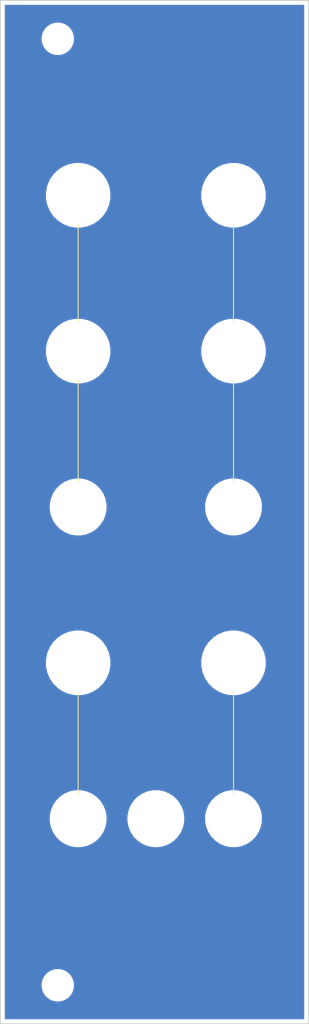
<source format=kicad_pcb>
(kicad_pcb (version 20171130) (host pcbnew 5.1.5-52549c5~84~ubuntu19.04.1)

  (general
    (thickness 1.6)
    (drawings 10)
    (tracks 0)
    (zones 0)
    (modules 13)
    (nets 1)
  )

  (page A4)
  (title_block
    (title ADSR)
    (date 2019-09-22)
    (rev 01)
    (comment 1 "Original design by René Schmitz")
    (comment 2 "PCB for Panel")
    (comment 4 "License CC BY 4.0 - Attribution 4.0 International")
  )

  (layers
    (0 F.Cu signal)
    (31 B.Cu signal)
    (32 B.Adhes user)
    (33 F.Adhes user)
    (34 B.Paste user)
    (35 F.Paste user)
    (36 B.SilkS user)
    (37 F.SilkS user)
    (38 B.Mask user)
    (39 F.Mask user)
    (40 Dwgs.User user)
    (41 Cmts.User user)
    (42 Eco1.User user)
    (43 Eco2.User user)
    (44 Edge.Cuts user)
    (45 Margin user)
    (46 B.CrtYd user)
    (47 F.CrtYd user)
    (48 B.Fab user)
    (49 F.Fab user)
  )

  (setup
    (last_trace_width 0.25)
    (trace_clearance 0.2)
    (zone_clearance 0.508)
    (zone_45_only no)
    (trace_min 0.2)
    (via_size 0.8)
    (via_drill 0.4)
    (via_min_size 0.4)
    (via_min_drill 0.3)
    (uvia_size 0.3)
    (uvia_drill 0.1)
    (uvias_allowed no)
    (uvia_min_size 0.2)
    (uvia_min_drill 0.1)
    (edge_width 0.05)
    (segment_width 0.2)
    (pcb_text_width 0.3)
    (pcb_text_size 1.5 1.5)
    (mod_edge_width 0.12)
    (mod_text_size 1 1)
    (mod_text_width 0.15)
    (pad_size 5 5)
    (pad_drill 0)
    (pad_to_mask_clearance 0.051)
    (solder_mask_min_width 0.25)
    (aux_axis_origin 0 0)
    (visible_elements 7FFFFFFF)
    (pcbplotparams
      (layerselection 0x010f0_ffffffff)
      (usegerberextensions false)
      (usegerberattributes false)
      (usegerberadvancedattributes false)
      (creategerberjobfile false)
      (excludeedgelayer true)
      (linewidth 0.100000)
      (plotframeref false)
      (viasonmask false)
      (mode 1)
      (useauxorigin false)
      (hpglpennumber 1)
      (hpglpenspeed 20)
      (hpglpendiameter 15.000000)
      (psnegative false)
      (psa4output false)
      (plotreference true)
      (plotvalue true)
      (plotinvisibletext false)
      (padsonsilk false)
      (subtractmaskfromsilk false)
      (outputformat 1)
      (mirror false)
      (drillshape 0)
      (scaleselection 1)
      (outputdirectory "gerbers/"))
  )

  (net 0 "")

  (net_class Default "This is the default net class."
    (clearance 0.2)
    (trace_width 0.25)
    (via_dia 0.8)
    (via_drill 0.4)
    (uvia_dia 0.3)
    (uvia_drill 0.1)
  )

  (module elektrophon:panel_potentiometer (layer F.Cu) (tedit 5DA46CEF) (tstamp 5E063B62)
    (at 35.56 71.12)
    (descr "Mounting Hole 8.4mm, no annular, M8")
    (tags "mounting hole 8.4mm no annular m8")
    (path /5D6AFC95)
    (attr virtual)
    (fp_text reference H11 (at 0 -9.4) (layer F.SilkS) hide
      (effects (font (size 1 1) (thickness 0.15)))
    )
    (fp_text value fine (at 0 9.144) (layer F.Mask)
      (effects (font (size 2 1.4) (thickness 0.25)))
    )
    (fp_circle (center 0 0) (end 6.6 0) (layer F.CrtYd) (width 0.05))
    (fp_circle (center 0 0) (end 6.35 0) (layer Cmts.User) (width 0.15))
    (fp_text user %R (at 0.3 0) (layer F.Fab)
      (effects (font (size 1 1) (thickness 0.15)))
    )
    (pad "" np_thru_hole circle (at 0 0) (size 7.4 7.4) (drill 7.4) (layers *.Cu *.Mask))
    (model "${KIPRJMOD}/../../../lib/kicad/models/chroma cap.step"
      (offset (xyz 0 0 8))
      (scale (xyz 1 1 1))
      (rotate (xyz -90 0 0))
    )
  )

  (module elektrophon:panel_potentiometer (layer F.Cu) (tedit 5DA46CEF) (tstamp 5E063B5A)
    (at 55.88 50.8)
    (descr "Mounting Hole 8.4mm, no annular, M8")
    (tags "mounting hole 8.4mm no annular m8")
    (path /5E061772)
    (attr virtual)
    (fp_text reference H10 (at 0 -9.4) (layer F.SilkS) hide
      (effects (font (size 1 1) (thickness 0.15)))
    )
    (fp_text value initial (at 0 9.144) (layer F.Mask)
      (effects (font (size 2 1.4) (thickness 0.25)))
    )
    (fp_circle (center 0 0) (end 6.6 0) (layer F.CrtYd) (width 0.05))
    (fp_circle (center 0 0) (end 6.35 0) (layer Cmts.User) (width 0.15))
    (fp_text user %R (at 0.3 0) (layer F.Fab)
      (effects (font (size 1 1) (thickness 0.15)))
    )
    (pad "" np_thru_hole circle (at 0 0) (size 7.4 7.4) (drill 7.4) (layers *.Cu *.Mask))
    (model "${KIPRJMOD}/../../../lib/kicad/models/chroma cap.step"
      (offset (xyz 0 0 8))
      (scale (xyz 1 1 1))
      (rotate (xyz -90 0 0))
    )
  )

  (module elektrophon:panel_potentiometer (layer F.Cu) (tedit 5DA46CEF) (tstamp 5E063B52)
    (at 35.56 111.76)
    (descr "Mounting Hole 8.4mm, no annular, M8")
    (tags "mounting hole 8.4mm no annular m8")
    (path /5D6AFF0C)
    (attr virtual)
    (fp_text reference H9 (at 0 -9.4) (layer F.SilkS) hide
      (effects (font (size 1 1) (thickness 0.15)))
    )
    (fp_text value Atten (at 0 9.144) (layer F.Mask)
      (effects (font (size 2 1.4) (thickness 0.25)))
    )
    (fp_circle (center 0 0) (end 6.6 0) (layer F.CrtYd) (width 0.05))
    (fp_circle (center 0 0) (end 6.35 0) (layer Cmts.User) (width 0.15))
    (fp_text user %R (at 0.3 0) (layer F.Fab)
      (effects (font (size 1 1) (thickness 0.15)))
    )
    (pad "" np_thru_hole circle (at 0 0) (size 7.4 7.4) (drill 7.4) (layers *.Cu *.Mask))
    (model "${KIPRJMOD}/../../../lib/kicad/models/chroma cap.step"
      (offset (xyz 0 0 8))
      (scale (xyz 1 1 1))
      (rotate (xyz -90 0 0))
    )
  )

  (module elektrophon:panel_potentiometer (layer F.Cu) (tedit 5DA46CEF) (tstamp 5E063B4A)
    (at 35.56 50.8)
    (descr "Mounting Hole 8.4mm, no annular, M8")
    (tags "mounting hole 8.4mm no annular m8")
    (path /5D6AFC22)
    (attr virtual)
    (fp_text reference H8 (at 0 -9.4) (layer F.SilkS) hide
      (effects (font (size 1 1) (thickness 0.15)))
    )
    (fp_text value coarse (at 0 9.144) (layer F.Mask)
      (effects (font (size 2 1.4) (thickness 0.25)))
    )
    (fp_circle (center 0 0) (end 6.6 0) (layer F.CrtYd) (width 0.05))
    (fp_circle (center 0 0) (end 6.35 0) (layer Cmts.User) (width 0.15))
    (fp_text user %R (at 0.3 0) (layer F.Fab)
      (effects (font (size 1 1) (thickness 0.15)))
    )
    (pad "" np_thru_hole circle (at 0 0) (size 7.4 7.4) (drill 7.4) (layers *.Cu *.Mask))
    (model "${KIPRJMOD}/../../../lib/kicad/models/chroma cap.step"
      (offset (xyz 0 0 8))
      (scale (xyz 1 1 1))
      (rotate (xyz -90 0 0))
    )
  )

  (module elektrophon:panel_jack (layer F.Cu) (tedit 5DA46DDA) (tstamp 5E063B42)
    (at 45.72 132.08)
    (descr "Mounting Hole 8.4mm, no annular, M8")
    (tags "mounting hole 8.4mm no annular m8")
    (path /5D6B07F8)
    (attr virtual)
    (fp_text reference H7 (at 0 -9.4) (layer F.SilkS) hide
      (effects (font (size 1 1) (thickness 0.15)))
    )
    (fp_text value out (at 0 9.144) (layer F.Mask)
      (effects (font (size 2 1.4) (thickness 0.25)))
    )
    (fp_circle (center 0 0) (end 4.2 0) (layer F.CrtYd) (width 0.05))
    (fp_circle (center 0 0) (end 4 0) (layer Cmts.User) (width 0.15))
    (fp_text user %R (at 0.3 0) (layer F.Fab)
      (effects (font (size 1 1) (thickness 0.15)))
    )
    (pad "" np_thru_hole circle (at 0 0) (size 6.4 6.4) (drill 6.4) (layers *.Cu *.Mask))
    (model "${KIPRJMOD}/../../../lib/kicad/models/PJ301M-12 Thonkiconn v0.2.stp"
      (offset (xyz 0 0.8 -10.5))
      (scale (xyz 1 1 1))
      (rotate (xyz 0 0 0))
    )
  )

  (module elektrophon:panel_potentiometer (layer F.Cu) (tedit 5DA46CEF) (tstamp 5E063B3A)
    (at 55.88 71.12)
    (descr "Mounting Hole 8.4mm, no annular, M8")
    (tags "mounting hole 8.4mm no annular m8")
    (path /5D6B02F1)
    (attr virtual)
    (fp_text reference H6 (at 0 -9.4) (layer F.SilkS) hide
      (effects (font (size 1 1) (thickness 0.15)))
    )
    (fp_text value atten (at 0 9.144) (layer F.Mask)
      (effects (font (size 2 1.4) (thickness 0.25)))
    )
    (fp_circle (center 0 0) (end 6.6 0) (layer F.CrtYd) (width 0.05))
    (fp_circle (center 0 0) (end 6.35 0) (layer Cmts.User) (width 0.15))
    (fp_text user %R (at 0.3 0) (layer F.Fab)
      (effects (font (size 1 1) (thickness 0.15)))
    )
    (pad "" np_thru_hole circle (at 0 0) (size 7.4 7.4) (drill 7.4) (layers *.Cu *.Mask))
    (model "${KIPRJMOD}/../../../lib/kicad/models/chroma cap.step"
      (offset (xyz 0 0 8))
      (scale (xyz 1 1 1))
      (rotate (xyz -90 0 0))
    )
  )

  (module elektrophon:panel_potentiometer (layer F.Cu) (tedit 5DA46CEF) (tstamp 5E063B32)
    (at 55.88 111.76)
    (descr "Mounting Hole 8.4mm, no annular, M8")
    (tags "mounting hole 8.4mm no annular m8")
    (path /5E05FE9B)
    (attr virtual)
    (fp_text reference H5 (at 0 -9.4) (layer F.SilkS) hide
      (effects (font (size 1 1) (thickness 0.15)))
    )
    (fp_text value Atten (at 0 9.144) (layer F.Mask)
      (effects (font (size 2 1.4) (thickness 0.25)))
    )
    (fp_circle (center 0 0) (end 6.6 0) (layer F.CrtYd) (width 0.05))
    (fp_circle (center 0 0) (end 6.35 0) (layer Cmts.User) (width 0.15))
    (fp_text user %R (at 0.3 0) (layer F.Fab)
      (effects (font (size 1 1) (thickness 0.15)))
    )
    (pad "" np_thru_hole circle (at 0 0) (size 7.4 7.4) (drill 7.4) (layers *.Cu *.Mask))
    (model "${KIPRJMOD}/../../../lib/kicad/models/chroma cap.step"
      (offset (xyz 0 0 8))
      (scale (xyz 1 1 1))
      (rotate (xyz -90 0 0))
    )
  )

  (module elektrophon:panel_jack (layer F.Cu) (tedit 5DA46DDA) (tstamp 5E063B2A)
    (at 55.88 91.44)
    (descr "Mounting Hole 8.4mm, no annular, M8")
    (tags "mounting hole 8.4mm no annular m8")
    (path /5E06016B)
    (attr virtual)
    (fp_text reference H4 (at 0 -9.4) (layer F.SilkS) hide
      (effects (font (size 1 1) (thickness 0.15)))
    )
    (fp_text value res (at 0 9.144) (layer F.Mask)
      (effects (font (size 2 1.4) (thickness 0.25)))
    )
    (fp_circle (center 0 0) (end 4.2 0) (layer F.CrtYd) (width 0.05))
    (fp_circle (center 0 0) (end 4 0) (layer Cmts.User) (width 0.15))
    (fp_text user %R (at 0.3 0) (layer F.Fab)
      (effects (font (size 1 1) (thickness 0.15)))
    )
    (pad "" np_thru_hole circle (at 0 0) (size 6.4 6.4) (drill 6.4) (layers *.Cu *.Mask))
    (model "${KIPRJMOD}/../../../lib/kicad/models/PJ301M-12 Thonkiconn v0.2.stp"
      (offset (xyz 0 0.8 -10.5))
      (scale (xyz 1 1 1))
      (rotate (xyz 0 0 0))
    )
  )

  (module elektrophon:panel_jack (layer F.Cu) (tedit 5DA46DDA) (tstamp 5E063B22)
    (at 35.56 132.08)
    (descr "Mounting Hole 8.4mm, no annular, M8")
    (tags "mounting hole 8.4mm no annular m8")
    (path /5E05FC97)
    (attr virtual)
    (fp_text reference H3 (at 0 -9.4) (layer F.SilkS) hide
      (effects (font (size 1 1) (thickness 0.15)))
    )
    (fp_text value in (at 0 9.144) (layer F.Mask)
      (effects (font (size 2 1.4) (thickness 0.25)))
    )
    (fp_circle (center 0 0) (end 4.2 0) (layer F.CrtYd) (width 0.05))
    (fp_circle (center 0 0) (end 4 0) (layer Cmts.User) (width 0.15))
    (fp_text user %R (at 0.3 0) (layer F.Fab)
      (effects (font (size 1 1) (thickness 0.15)))
    )
    (pad "" np_thru_hole circle (at 0 0) (size 6.4 6.4) (drill 6.4) (layers *.Cu *.Mask))
    (model "${KIPRJMOD}/../../../lib/kicad/models/PJ301M-12 Thonkiconn v0.2.stp"
      (offset (xyz 0 0.8 -10.5))
      (scale (xyz 1 1 1))
      (rotate (xyz 0 0 0))
    )
  )

  (module elektrophon:panel_jack (layer F.Cu) (tedit 5DA46DDA) (tstamp 5E063B1A)
    (at 55.88 132.08)
    (descr "Mounting Hole 8.4mm, no annular, M8")
    (tags "mounting hole 8.4mm no annular m8")
    (path /5E05F1BE)
    (attr virtual)
    (fp_text reference H2 (at 0 -9.4) (layer F.SilkS) hide
      (effects (font (size 1 1) (thickness 0.15)))
    )
    (fp_text value Envelope (at 0 9.144) (layer F.Mask)
      (effects (font (size 2 1.4) (thickness 0.25)))
    )
    (fp_circle (center 0 0) (end 4.2 0) (layer F.CrtYd) (width 0.05))
    (fp_circle (center 0 0) (end 4 0) (layer Cmts.User) (width 0.15))
    (fp_text user %R (at 0.3 0) (layer F.Fab)
      (effects (font (size 1 1) (thickness 0.15)))
    )
    (pad "" np_thru_hole circle (at 0 0) (size 6.4 6.4) (drill 6.4) (layers *.Cu *.Mask))
    (model "${KIPRJMOD}/../../../lib/kicad/models/PJ301M-12 Thonkiconn v0.2.stp"
      (offset (xyz 0 0.8 -10.5))
      (scale (xyz 1 1 1))
      (rotate (xyz 0 0 0))
    )
  )

  (module elektrophon:panel_jack (layer F.Cu) (tedit 5DA46DDA) (tstamp 5E063B12)
    (at 35.56 91.44)
    (descr "Mounting Hole 8.4mm, no annular, M8")
    (tags "mounting hole 8.4mm no annular m8")
    (path /5E05E354)
    (attr virtual)
    (fp_text reference H1 (at 0 -9.4) (layer F.SilkS) hide
      (effects (font (size 1 1) (thickness 0.15)))
    )
    (fp_text value 1V/OCT (at 0 9.144) (layer F.Mask)
      (effects (font (size 2 1.4) (thickness 0.25)))
    )
    (fp_circle (center 0 0) (end 4.2 0) (layer F.CrtYd) (width 0.05))
    (fp_circle (center 0 0) (end 4 0) (layer Cmts.User) (width 0.15))
    (fp_text user %R (at 0.3 0) (layer F.Fab)
      (effects (font (size 1 1) (thickness 0.15)))
    )
    (pad "" np_thru_hole circle (at 0 0) (size 6.4 6.4) (drill 6.4) (layers *.Cu *.Mask))
    (model "${KIPRJMOD}/../../../lib/kicad/models/PJ301M-12 Thonkiconn v0.2.stp"
      (offset (xyz 0 0.8 -10.5))
      (scale (xyz 1 1 1))
      (rotate (xyz 0 0 0))
    )
  )

  (module MountingHole:MountingHole_3.2mm_M3 locked (layer F.Cu) (tedit 56D1B4CB) (tstamp 5D873FA3)
    (at 32.9 153.8)
    (descr "Mounting Hole 3.2mm, no annular, M3")
    (tags "mounting hole 3.2mm no annular m3")
    (attr virtual)
    (fp_text reference REF** (at 0 -4.2) (layer F.SilkS) hide
      (effects (font (size 1 1) (thickness 0.15)))
    )
    (fp_text value MountingHole_3.2mm_M3 (at 0 4.2) (layer F.Fab) hide
      (effects (font (size 1 1) (thickness 0.15)))
    )
    (fp_circle (center 0 0) (end 3.45 0) (layer F.CrtYd) (width 0.05))
    (fp_circle (center 0 0) (end 3.2 0) (layer Cmts.User) (width 0.15))
    (fp_text user %R (at 0.3 0) (layer F.Fab) hide
      (effects (font (size 1 1) (thickness 0.15)))
    )
    (pad 1 np_thru_hole circle (at 0 0) (size 3.2 3.2) (drill 3.2) (layers *.Cu *.Mask))
  )

  (module MountingHole:MountingHole_3.2mm_M3 locked (layer F.Cu) (tedit 56D1B4CB) (tstamp 5D873F8D)
    (at 32.9 30.4)
    (descr "Mounting Hole 3.2mm, no annular, M3")
    (tags "mounting hole 3.2mm no annular m3")
    (attr virtual)
    (fp_text reference REF** (at 0 -4.2) (layer F.SilkS) hide
      (effects (font (size 1 1) (thickness 0.15)))
    )
    (fp_text value MountingHole_3.2mm_M3 (at 0 4.2) (layer F.Fab) hide
      (effects (font (size 1 1) (thickness 0.15)))
    )
    (fp_circle (center 0 0) (end 3.45 0) (layer F.CrtYd) (width 0.05))
    (fp_circle (center 0 0) (end 3.2 0) (layer Cmts.User) (width 0.15))
    (fp_text user %R (at 0.3 0) (layer F.Fab) hide
      (effects (font (size 1 1) (thickness 0.15)))
    )
    (pad 1 np_thru_hole circle (at 0 0) (size 3.2 3.2) (drill 3.2) (layers *.Cu *.Mask))
  )

  (gr_line (start 55.88 111.76) (end 55.88 132.08) (layer F.SilkS) (width 0.12))
  (gr_line (start 35.56 111.76) (end 35.56 132.08) (layer F.SilkS) (width 0.12))
  (gr_line (start 55.88 50.8) (end 55.88 91.44) (layer F.SilkS) (width 0.12))
  (gr_line (start 35.56 50.8) (end 35.56 91.44) (layer F.SilkS) (width 0.12))
  (gr_text R01 (at 60.12 155.09) (layer F.Cu)
    (effects (font (size 2 1.4) (thickness 0.25)))
  )
  (gr_text VCF (at 45.72 30.48) (layer F.Mask)
    (effects (font (size 3 3) (thickness 0.35)))
  )
  (gr_line (start 65.7 158.8) (end 25.4 158.8) (layer Edge.Cuts) (width 0.12))
  (gr_line (start 65.7 25.4) (end 65.7 158.8) (layer Edge.Cuts) (width 0.12))
  (gr_line (start 25.4 25.4) (end 25.4 158.8) (layer Edge.Cuts) (width 0.12))
  (gr_line (start 25.4 25.4) (end 65.7 25.4) (layer Edge.Cuts) (width 0.12))

  (zone (net 0) (net_name "") (layer B.Cu) (tstamp 5D874006) (hatch edge 0.508)
    (connect_pads (clearance 0.508))
    (min_thickness 0.254)
    (fill yes (arc_segments 32) (thermal_gap 0.508) (thermal_bridge_width 0.508))
    (polygon
      (pts
        (xy 25.39 25.34) (xy 65.72 25.41) (xy 65.69 158.79) (xy 25.41 158.79)
      )
    )
    (filled_polygon
      (pts
        (xy 65.005001 158.105) (xy 26.095 158.105) (xy 26.095 153.579872) (xy 30.665 153.579872) (xy 30.665 154.020128)
        (xy 30.75089 154.451925) (xy 30.919369 154.858669) (xy 31.163962 155.224729) (xy 31.475271 155.536038) (xy 31.841331 155.780631)
        (xy 32.248075 155.94911) (xy 32.679872 156.035) (xy 33.120128 156.035) (xy 33.551925 155.94911) (xy 33.958669 155.780631)
        (xy 34.324729 155.536038) (xy 34.636038 155.224729) (xy 34.880631 154.858669) (xy 35.04911 154.451925) (xy 35.135 154.020128)
        (xy 35.135 153.579872) (xy 35.04911 153.148075) (xy 34.880631 152.741331) (xy 34.636038 152.375271) (xy 34.324729 152.063962)
        (xy 33.958669 151.819369) (xy 33.551925 151.65089) (xy 33.120128 151.565) (xy 32.679872 151.565) (xy 32.248075 151.65089)
        (xy 31.841331 151.819369) (xy 31.475271 152.063962) (xy 31.163962 152.375271) (xy 30.919369 152.741331) (xy 30.75089 153.148075)
        (xy 30.665 153.579872) (xy 26.095 153.579872) (xy 26.095 131.702285) (xy 31.725 131.702285) (xy 31.725 132.457715)
        (xy 31.872377 133.198628) (xy 32.161467 133.896554) (xy 32.581161 134.52467) (xy 33.11533 135.058839) (xy 33.743446 135.478533)
        (xy 34.441372 135.767623) (xy 35.182285 135.915) (xy 35.937715 135.915) (xy 36.678628 135.767623) (xy 37.376554 135.478533)
        (xy 38.00467 135.058839) (xy 38.538839 134.52467) (xy 38.958533 133.896554) (xy 39.247623 133.198628) (xy 39.395 132.457715)
        (xy 39.395 131.702285) (xy 41.885 131.702285) (xy 41.885 132.457715) (xy 42.032377 133.198628) (xy 42.321467 133.896554)
        (xy 42.741161 134.52467) (xy 43.27533 135.058839) (xy 43.903446 135.478533) (xy 44.601372 135.767623) (xy 45.342285 135.915)
        (xy 46.097715 135.915) (xy 46.838628 135.767623) (xy 47.536554 135.478533) (xy 48.16467 135.058839) (xy 48.698839 134.52467)
        (xy 49.118533 133.896554) (xy 49.407623 133.198628) (xy 49.555 132.457715) (xy 49.555 131.702285) (xy 52.045 131.702285)
        (xy 52.045 132.457715) (xy 52.192377 133.198628) (xy 52.481467 133.896554) (xy 52.901161 134.52467) (xy 53.43533 135.058839)
        (xy 54.063446 135.478533) (xy 54.761372 135.767623) (xy 55.502285 135.915) (xy 56.257715 135.915) (xy 56.998628 135.767623)
        (xy 57.696554 135.478533) (xy 58.32467 135.058839) (xy 58.858839 134.52467) (xy 59.278533 133.896554) (xy 59.567623 133.198628)
        (xy 59.715 132.457715) (xy 59.715 131.702285) (xy 59.567623 130.961372) (xy 59.278533 130.263446) (xy 58.858839 129.63533)
        (xy 58.32467 129.101161) (xy 57.696554 128.681467) (xy 56.998628 128.392377) (xy 56.257715 128.245) (xy 55.502285 128.245)
        (xy 54.761372 128.392377) (xy 54.063446 128.681467) (xy 53.43533 129.101161) (xy 52.901161 129.63533) (xy 52.481467 130.263446)
        (xy 52.192377 130.961372) (xy 52.045 131.702285) (xy 49.555 131.702285) (xy 49.407623 130.961372) (xy 49.118533 130.263446)
        (xy 48.698839 129.63533) (xy 48.16467 129.101161) (xy 47.536554 128.681467) (xy 46.838628 128.392377) (xy 46.097715 128.245)
        (xy 45.342285 128.245) (xy 44.601372 128.392377) (xy 43.903446 128.681467) (xy 43.27533 129.101161) (xy 42.741161 129.63533)
        (xy 42.321467 130.263446) (xy 42.032377 130.961372) (xy 41.885 131.702285) (xy 39.395 131.702285) (xy 39.247623 130.961372)
        (xy 38.958533 130.263446) (xy 38.538839 129.63533) (xy 38.00467 129.101161) (xy 37.376554 128.681467) (xy 36.678628 128.392377)
        (xy 35.937715 128.245) (xy 35.182285 128.245) (xy 34.441372 128.392377) (xy 33.743446 128.681467) (xy 33.11533 129.101161)
        (xy 32.581161 129.63533) (xy 32.161467 130.263446) (xy 31.872377 130.961372) (xy 31.725 131.702285) (xy 26.095 131.702285)
        (xy 26.095 111.33304) (xy 31.225 111.33304) (xy 31.225 112.18696) (xy 31.391592 113.024473) (xy 31.718373 113.813392)
        (xy 32.192786 114.523401) (xy 32.796599 115.127214) (xy 33.506608 115.601627) (xy 34.295527 115.928408) (xy 35.13304 116.095)
        (xy 35.98696 116.095) (xy 36.824473 115.928408) (xy 37.613392 115.601627) (xy 38.323401 115.127214) (xy 38.927214 114.523401)
        (xy 39.401627 113.813392) (xy 39.728408 113.024473) (xy 39.895 112.18696) (xy 39.895 111.33304) (xy 51.545 111.33304)
        (xy 51.545 112.18696) (xy 51.711592 113.024473) (xy 52.038373 113.813392) (xy 52.512786 114.523401) (xy 53.116599 115.127214)
        (xy 53.826608 115.601627) (xy 54.615527 115.928408) (xy 55.45304 116.095) (xy 56.30696 116.095) (xy 57.144473 115.928408)
        (xy 57.933392 115.601627) (xy 58.643401 115.127214) (xy 59.247214 114.523401) (xy 59.721627 113.813392) (xy 60.048408 113.024473)
        (xy 60.215 112.18696) (xy 60.215 111.33304) (xy 60.048408 110.495527) (xy 59.721627 109.706608) (xy 59.247214 108.996599)
        (xy 58.643401 108.392786) (xy 57.933392 107.918373) (xy 57.144473 107.591592) (xy 56.30696 107.425) (xy 55.45304 107.425)
        (xy 54.615527 107.591592) (xy 53.826608 107.918373) (xy 53.116599 108.392786) (xy 52.512786 108.996599) (xy 52.038373 109.706608)
        (xy 51.711592 110.495527) (xy 51.545 111.33304) (xy 39.895 111.33304) (xy 39.728408 110.495527) (xy 39.401627 109.706608)
        (xy 38.927214 108.996599) (xy 38.323401 108.392786) (xy 37.613392 107.918373) (xy 36.824473 107.591592) (xy 35.98696 107.425)
        (xy 35.13304 107.425) (xy 34.295527 107.591592) (xy 33.506608 107.918373) (xy 32.796599 108.392786) (xy 32.192786 108.996599)
        (xy 31.718373 109.706608) (xy 31.391592 110.495527) (xy 31.225 111.33304) (xy 26.095 111.33304) (xy 26.095 91.062285)
        (xy 31.725 91.062285) (xy 31.725 91.817715) (xy 31.872377 92.558628) (xy 32.161467 93.256554) (xy 32.581161 93.88467)
        (xy 33.11533 94.418839) (xy 33.743446 94.838533) (xy 34.441372 95.127623) (xy 35.182285 95.275) (xy 35.937715 95.275)
        (xy 36.678628 95.127623) (xy 37.376554 94.838533) (xy 38.00467 94.418839) (xy 38.538839 93.88467) (xy 38.958533 93.256554)
        (xy 39.247623 92.558628) (xy 39.395 91.817715) (xy 39.395 91.062285) (xy 52.045 91.062285) (xy 52.045 91.817715)
        (xy 52.192377 92.558628) (xy 52.481467 93.256554) (xy 52.901161 93.88467) (xy 53.43533 94.418839) (xy 54.063446 94.838533)
        (xy 54.761372 95.127623) (xy 55.502285 95.275) (xy 56.257715 95.275) (xy 56.998628 95.127623) (xy 57.696554 94.838533)
        (xy 58.32467 94.418839) (xy 58.858839 93.88467) (xy 59.278533 93.256554) (xy 59.567623 92.558628) (xy 59.715 91.817715)
        (xy 59.715 91.062285) (xy 59.567623 90.321372) (xy 59.278533 89.623446) (xy 58.858839 88.99533) (xy 58.32467 88.461161)
        (xy 57.696554 88.041467) (xy 56.998628 87.752377) (xy 56.257715 87.605) (xy 55.502285 87.605) (xy 54.761372 87.752377)
        (xy 54.063446 88.041467) (xy 53.43533 88.461161) (xy 52.901161 88.99533) (xy 52.481467 89.623446) (xy 52.192377 90.321372)
        (xy 52.045 91.062285) (xy 39.395 91.062285) (xy 39.247623 90.321372) (xy 38.958533 89.623446) (xy 38.538839 88.99533)
        (xy 38.00467 88.461161) (xy 37.376554 88.041467) (xy 36.678628 87.752377) (xy 35.937715 87.605) (xy 35.182285 87.605)
        (xy 34.441372 87.752377) (xy 33.743446 88.041467) (xy 33.11533 88.461161) (xy 32.581161 88.99533) (xy 32.161467 89.623446)
        (xy 31.872377 90.321372) (xy 31.725 91.062285) (xy 26.095 91.062285) (xy 26.095 70.69304) (xy 31.225 70.69304)
        (xy 31.225 71.54696) (xy 31.391592 72.384473) (xy 31.718373 73.173392) (xy 32.192786 73.883401) (xy 32.796599 74.487214)
        (xy 33.506608 74.961627) (xy 34.295527 75.288408) (xy 35.13304 75.455) (xy 35.98696 75.455) (xy 36.824473 75.288408)
        (xy 37.613392 74.961627) (xy 38.323401 74.487214) (xy 38.927214 73.883401) (xy 39.401627 73.173392) (xy 39.728408 72.384473)
        (xy 39.895 71.54696) (xy 39.895 70.69304) (xy 51.545 70.69304) (xy 51.545 71.54696) (xy 51.711592 72.384473)
        (xy 52.038373 73.173392) (xy 52.512786 73.883401) (xy 53.116599 74.487214) (xy 53.826608 74.961627) (xy 54.615527 75.288408)
        (xy 55.45304 75.455) (xy 56.30696 75.455) (xy 57.144473 75.288408) (xy 57.933392 74.961627) (xy 58.643401 74.487214)
        (xy 59.247214 73.883401) (xy 59.721627 73.173392) (xy 60.048408 72.384473) (xy 60.215 71.54696) (xy 60.215 70.69304)
        (xy 60.048408 69.855527) (xy 59.721627 69.066608) (xy 59.247214 68.356599) (xy 58.643401 67.752786) (xy 57.933392 67.278373)
        (xy 57.144473 66.951592) (xy 56.30696 66.785) (xy 55.45304 66.785) (xy 54.615527 66.951592) (xy 53.826608 67.278373)
        (xy 53.116599 67.752786) (xy 52.512786 68.356599) (xy 52.038373 69.066608) (xy 51.711592 69.855527) (xy 51.545 70.69304)
        (xy 39.895 70.69304) (xy 39.728408 69.855527) (xy 39.401627 69.066608) (xy 38.927214 68.356599) (xy 38.323401 67.752786)
        (xy 37.613392 67.278373) (xy 36.824473 66.951592) (xy 35.98696 66.785) (xy 35.13304 66.785) (xy 34.295527 66.951592)
        (xy 33.506608 67.278373) (xy 32.796599 67.752786) (xy 32.192786 68.356599) (xy 31.718373 69.066608) (xy 31.391592 69.855527)
        (xy 31.225 70.69304) (xy 26.095 70.69304) (xy 26.095 50.37304) (xy 31.225 50.37304) (xy 31.225 51.22696)
        (xy 31.391592 52.064473) (xy 31.718373 52.853392) (xy 32.192786 53.563401) (xy 32.796599 54.167214) (xy 33.506608 54.641627)
        (xy 34.295527 54.968408) (xy 35.13304 55.135) (xy 35.98696 55.135) (xy 36.824473 54.968408) (xy 37.613392 54.641627)
        (xy 38.323401 54.167214) (xy 38.927214 53.563401) (xy 39.401627 52.853392) (xy 39.728408 52.064473) (xy 39.895 51.22696)
        (xy 39.895 50.37304) (xy 51.545 50.37304) (xy 51.545 51.22696) (xy 51.711592 52.064473) (xy 52.038373 52.853392)
        (xy 52.512786 53.563401) (xy 53.116599 54.167214) (xy 53.826608 54.641627) (xy 54.615527 54.968408) (xy 55.45304 55.135)
        (xy 56.30696 55.135) (xy 57.144473 54.968408) (xy 57.933392 54.641627) (xy 58.643401 54.167214) (xy 59.247214 53.563401)
        (xy 59.721627 52.853392) (xy 60.048408 52.064473) (xy 60.215 51.22696) (xy 60.215 50.37304) (xy 60.048408 49.535527)
        (xy 59.721627 48.746608) (xy 59.247214 48.036599) (xy 58.643401 47.432786) (xy 57.933392 46.958373) (xy 57.144473 46.631592)
        (xy 56.30696 46.465) (xy 55.45304 46.465) (xy 54.615527 46.631592) (xy 53.826608 46.958373) (xy 53.116599 47.432786)
        (xy 52.512786 48.036599) (xy 52.038373 48.746608) (xy 51.711592 49.535527) (xy 51.545 50.37304) (xy 39.895 50.37304)
        (xy 39.728408 49.535527) (xy 39.401627 48.746608) (xy 38.927214 48.036599) (xy 38.323401 47.432786) (xy 37.613392 46.958373)
        (xy 36.824473 46.631592) (xy 35.98696 46.465) (xy 35.13304 46.465) (xy 34.295527 46.631592) (xy 33.506608 46.958373)
        (xy 32.796599 47.432786) (xy 32.192786 48.036599) (xy 31.718373 48.746608) (xy 31.391592 49.535527) (xy 31.225 50.37304)
        (xy 26.095 50.37304) (xy 26.095 30.179872) (xy 30.665 30.179872) (xy 30.665 30.620128) (xy 30.75089 31.051925)
        (xy 30.919369 31.458669) (xy 31.163962 31.824729) (xy 31.475271 32.136038) (xy 31.841331 32.380631) (xy 32.248075 32.54911)
        (xy 32.679872 32.635) (xy 33.120128 32.635) (xy 33.551925 32.54911) (xy 33.958669 32.380631) (xy 34.324729 32.136038)
        (xy 34.636038 31.824729) (xy 34.880631 31.458669) (xy 35.04911 31.051925) (xy 35.135 30.620128) (xy 35.135 30.179872)
        (xy 35.04911 29.748075) (xy 34.880631 29.341331) (xy 34.636038 28.975271) (xy 34.324729 28.663962) (xy 33.958669 28.419369)
        (xy 33.551925 28.25089) (xy 33.120128 28.165) (xy 32.679872 28.165) (xy 32.248075 28.25089) (xy 31.841331 28.419369)
        (xy 31.475271 28.663962) (xy 31.163962 28.975271) (xy 30.919369 29.341331) (xy 30.75089 29.748075) (xy 30.665 30.179872)
        (xy 26.095 30.179872) (xy 26.095 26.095) (xy 65.005 26.095)
      )
    )
  )
)

</source>
